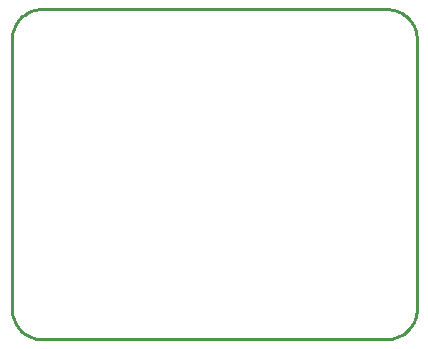
<source format=gbr>
G04 EAGLE Gerber RS-274X export*
G75*
%MOMM*%
%FSLAX34Y34*%
%LPD*%
%IN*%
%IPPOS*%
%AMOC8*
5,1,8,0,0,1.08239X$1,22.5*%
G01*
%ADD10C,0.254000*%


D10*
X0Y25400D02*
X97Y23186D01*
X386Y20989D01*
X865Y18826D01*
X1532Y16713D01*
X2380Y14666D01*
X3403Y12700D01*
X4594Y10831D01*
X5942Y9073D01*
X7440Y7440D01*
X9073Y5942D01*
X10831Y4594D01*
X12700Y3403D01*
X14666Y2380D01*
X16713Y1532D01*
X18826Y865D01*
X20989Y386D01*
X23186Y97D01*
X25400Y0D01*
X317500Y0D01*
X319714Y97D01*
X321911Y386D01*
X324074Y865D01*
X326187Y1532D01*
X328235Y2380D01*
X330200Y3403D01*
X332069Y4594D01*
X333827Y5942D01*
X335461Y7440D01*
X336958Y9073D01*
X338306Y10831D01*
X339497Y12700D01*
X340520Y14666D01*
X341368Y16713D01*
X342035Y18826D01*
X342514Y20989D01*
X342803Y23186D01*
X342900Y25400D01*
X342900Y254000D01*
X342803Y256214D01*
X342514Y258411D01*
X342035Y260574D01*
X341368Y262687D01*
X340520Y264735D01*
X339497Y266700D01*
X338306Y268569D01*
X336958Y270327D01*
X335461Y271961D01*
X333827Y273458D01*
X332069Y274806D01*
X330200Y275997D01*
X328235Y277020D01*
X326187Y277868D01*
X324074Y278535D01*
X321911Y279014D01*
X319714Y279303D01*
X317500Y279400D01*
X25400Y279400D01*
X23186Y279303D01*
X20989Y279014D01*
X18826Y278535D01*
X16713Y277868D01*
X14666Y277020D01*
X12700Y275997D01*
X10831Y274806D01*
X9073Y273458D01*
X7440Y271961D01*
X5942Y270327D01*
X4594Y268569D01*
X3403Y266700D01*
X2380Y264735D01*
X1532Y262687D01*
X865Y260574D01*
X386Y258411D01*
X97Y256214D01*
X0Y254000D01*
X0Y25400D01*
M02*

</source>
